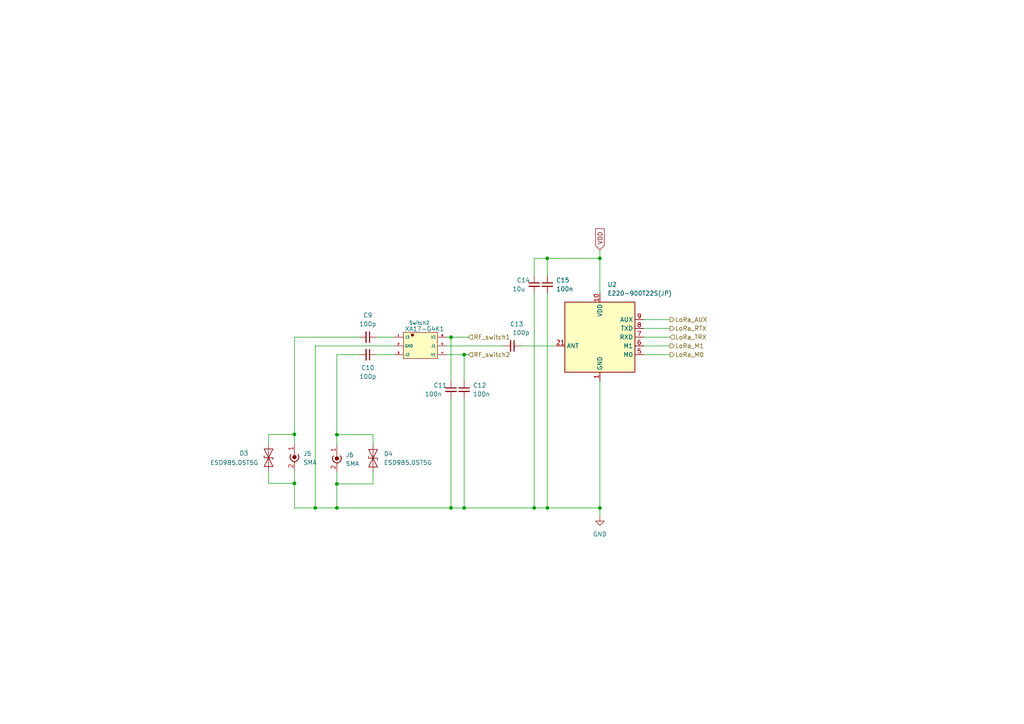
<source format=kicad_sch>
(kicad_sch (version 20231120) (generator "eeschema") (generator_version "8.0")
  (paper "A4")
  (lib_symbols
    (symbol "Connector:Conn_Coaxial_Power" (pin_names (offset 1.016) hide)
      (property "Reference" "J" (at -5.08 -1.27 90))
      (property "Value" "Conn_Coaxial_Power" (at -3.175 -1.27 90))
      (symbol "Conn_Coaxial_Power_0_1"
        (arc (start -1.27 -1.27) (mid 0 -2.5345) (end 1.27 -1.27) (stroke (width 0.254)))
        (arc (start -1.016 -0.508) (mid -1.2048 -0.8684) (end -1.27 -1.27) (stroke (width 0.254)))
        (circle (center 0 -1.27) (radius 0.508) (stroke (width 0.2032)) (fill (type outline)))
        (polyline (pts (xy 0 -2.54) (xy 0 -3.048)))
        (polyline (pts (xy 0 0) (xy 0 -1.27)))
        (arc (start 1.27 -1.27) (mid 1.2048 -0.8684) (end 1.016 -0.508) (stroke (width 0.254)))
      )
      (symbol "Conn_Coaxial_Power_1_1"
        (pin passive line (at 0 2.54 270) (length 2.54) (name "In") (number "1"))
        (pin passive line (at 0 -5.08 90) (length 2.54) (name "Ext") (number "2"))
      )
    )
    (symbol "Device:C_Small" (pin_numbers hide) (pin_names (offset 0.254) hide)
      (property "Reference" "C" (at 0.254 1.778 0))
      (property "Value" "C_Small" (at 0.254 -2.032 0))
      (symbol "C_Small_0_1"
        (polyline (pts (xy -1.524 -0.508) (xy 1.524 -0.508)) (stroke (width 0.3302)))
        (polyline (pts (xy -1.524 0.508) (xy 1.524 0.508)) (stroke (width 0.3048)))
      )
      (symbol "C_Small_1_1"
        (pin passive line (at 0 2.54 270) (length 2.032) (name "~") (number "1"))
        (pin passive line (at 0 -2.54 90) (length 2.032) (name "~") (number "2"))
      )
    )
    (symbol "Diode:ESD9B5.0ST5G" (pin_numbers hide) (pin_names (offset 1.016) hide)
      (property "Reference" "D" (at 0 2.54 0))
      (property "Value" "ESD9B5.0ST5G" (at 0 -2.54 0))
      (symbol "ESD9B5.0ST5G_0_1"
        (polyline (pts (xy 1.27 0) (xy -1.27 0)))
        (polyline (pts (xy -2.54 -1.27) (xy 0 0) (xy -2.54 1.27) (xy -2.54 -1.27)) (stroke (width 0.2032)))
        (polyline (pts (xy 0.508 1.27) (xy 0 1.27) (xy 0 -1.27) (xy -0.508 -1.27)) (stroke (width 0.2032)))
        (polyline (pts (xy 2.54 1.27) (xy 2.54 -1.27) (xy 0 0) (xy 2.54 1.27)) (stroke (width 0.2032)))
      )
      (symbol "ESD9B5.0ST5G_1_1"
        (pin passive line (at -3.81 0 0) (length 2.54) (name "A1") (number "1"))
        (pin passive line (at 3.81 0 180) (length 2.54) (name "A2") (number "2"))
      )
    )
    (symbol "RF_Module_additional:E220-900T22S(JP)"
      (property "Reference" "U" (at -8.89 11.43 0))
      (property "Value" "E220-900T22S(JP)" (at 11.43 11.43 0))
      (symbol "E220-900T22S(JP)_0_1"
        (rectangle (start -10.16 10.16) (end 10.16 -10.16) (stroke (width 0.254)) (fill (type background)))
      )
      (symbol "E220-900T22S(JP)_1_1"
        (pin power_in line (at 0 -12.7 90) (length 2.54) (name "GND") (number "1"))
        (pin power_in line (at 0 12.7 270) (length 2.54) (name "VDD") (number "10"))
        (pin passive line (at 0 -12.7 90) (length 2.54) hide (name "GND") (number "11"))
        (pin passive line (at 0 -12.7 90) (length 2.54) hide (name "GND") (number "13"))
        (pin passive line (at 0 -12.7 90) (length 2.54) hide (name "GND") (number "19"))
        (pin passive line (at 0 -12.7 90) (length 2.54) hide (name "GND") (number "2"))
        (pin passive line (at 0 -12.7 90) (length 2.54) hide (name "GND") (number "20"))
        (pin power_in line (at -12.7 -2.54 0) (length 2.54) (name "ANT") (number "21"))
        (pin passive line (at 0 -12.7 90) (length 2.54) hide (name "GND") (number "22"))
        (pin passive line (at 0 -12.7 90) (length 2.54) hide (name "GND") (number "3"))
        (pin passive line (at 0 -12.7 90) (length 2.54) hide (name "GND") (number "4"))
        (pin input line (at 12.7 -5.08 180) (length 2.54) (name "M0") (number "5"))
        (pin input line (at 12.7 -2.54 180) (length 2.54) (name "M1") (number "6"))
        (pin input line (at 12.7 0 180) (length 2.54) (name "RXD") (number "7"))
        (pin output line (at 12.7 2.54 180) (length 2.54) (name "TXD") (number "8"))
        (pin output line (at 12.7 5.08 180) (length 2.54) (name "AUX") (number "9"))
      )
    )
    (symbol "XA17-G4K:XA17-G4K"
      (property "Reference" "XA17-G4K" (at 2.921 5.08 0))
      (symbol "XA17-G4K_1_1"
        (rectangle (start -4.953 3.937) (end 4.953 -3.683) (fill (type background)))
        (circle (center -2.286 3.175) (radius 0.381) (fill (type outline)))
        (pin free line (at -7.62 2.54 0) (length 2.54) (name "J3") (number "1"))
        (pin free line (at -7.62 0 0) (length 2.54) (name "GND") (number "2"))
        (pin free line (at -7.62 -2.54 0) (length 2.54) (name "J2") (number "3"))
        (pin free line (at 7.62 -2.54 180) (length 2.54) (name "V1") (number "4"))
        (pin free line (at 7.62 0 180) (length 2.54) (name "J1") (number "5"))
        (pin free line (at 7.62 2.54 180) (length 2.54) (name "V2") (number "6"))
      )
    )
    (symbol "power:GND" (power) (pin_names (offset 0))
      (property "Value" "GND" (at 0 -3.81 0))
      (symbol "GND_0_1"
        (polyline (pts (xy 0 0) (xy 0 -1.27) (xy 1.27 -1.27) (xy 0 -2.54) (xy -1.27 -1.27) (xy 0 -1.27)))
      )
      (symbol "GND_1_1"
        (pin power_in line (at 0 0 270) (length 0) hide (name "GND") (number "1"))
      )
    )
  )
  (junction (at 97.7064 126.0682))
  (junction (at 85.4018 140.1958))
  (junction (at 173.99 147.32))
  (junction (at 134.62 147.32))
  (junction (at 173.99 74.93))
  (junction (at 130.81 97.79))
  (junction (at 154.94 147.32))
  (junction (at 134.62 102.87))
  (junction (at 158.75 147.32))
  (junction (at 97.7064 140.3477))
  (junction (at 130.81 147.32))
  (junction (at 97.7064 147.32))
  (junction (at 85.4018 125.9922))
  (junction (at 91.44 147.32))
  (junction (at 158.75 74.93))
  (wire (pts (xy 85.4018 136.4082) (xy 85.4018 140.1958)))
  (wire (pts (xy 154.94 147.32) (xy 158.75 147.32)))
  (wire (pts (xy 158.75 74.93) (xy 158.75 80.01)))
  (wire (pts (xy 97.7064 126.0682) (xy 97.7064 129.1679)))
  (wire (pts (xy 173.99 147.32) (xy 173.99 149.86)))
  (wire (pts (xy 108.1976 126.0682) (xy 97.7064 126.0682)))
  (wire (pts (xy 130.81 97.79) (xy 135.89 97.79)))
  (wire (pts (xy 109.22 102.87) (xy 114.3 102.87)))
  (wire (pts (xy 91.44 147.32) (xy 97.7064 147.32)))
  (wire (pts (xy 194.31 95.25) (xy 186.69 95.25)))
  (wire (pts (xy 158.75 147.32) (xy 173.99 147.32)))
  (wire (pts (xy 108.1976 136.7141) (xy 108.1976 140.3477)))
  (wire (pts (xy 104.14 97.79) (xy 85.4018 97.79)))
  (wire (pts (xy 194.31 100.33) (xy 186.69 100.33)))
  (wire (pts (xy 158.75 85.09) (xy 158.75 147.32)))
  (wire (pts (xy 173.99 74.93) (xy 173.99 85.09)))
  (wire (pts (xy 134.62 115.57) (xy 134.62 147.32)))
  (wire (pts (xy 134.62 102.87) (xy 134.62 110.49)))
  (wire (pts (xy 77.8917 136.5622) (xy 77.8917 140.1958)))
  (wire (pts (xy 77.8917 128.9422) (xy 77.8917 125.9922)))
  (wire (pts (xy 97.7064 147.32) (xy 130.81 147.32)))
  (wire (pts (xy 134.62 102.87) (xy 135.89 102.87)))
  (wire (pts (xy 108.1976 140.3477) (xy 97.7064 140.3477)))
  (wire (pts (xy 186.69 97.79) (xy 194.31 97.79)))
  (wire (pts (xy 129.54 97.79) (xy 130.81 97.79)))
  (wire (pts (xy 91.44 100.33) (xy 91.44 147.32)))
  (wire (pts (xy 97.7064 140.3477) (xy 97.7064 147.32)))
  (wire (pts (xy 154.94 85.09) (xy 154.94 147.32)))
  (wire (pts (xy 114.3 97.79) (xy 109.22 97.79)))
  (wire (pts (xy 173.99 72.39) (xy 173.99 74.93)))
  (wire (pts (xy 97.7064 102.87) (xy 104.14 102.87)))
  (wire (pts (xy 186.69 92.71) (xy 194.31 92.71)))
  (wire (pts (xy 129.54 102.87) (xy 134.62 102.87)))
  (wire (pts (xy 154.94 74.93) (xy 158.75 74.93)))
  (wire (pts (xy 114.3 100.33) (xy 91.44 100.33)))
  (wire (pts (xy 129.54 100.33) (xy 146.05 100.33)))
  (wire (pts (xy 134.62 147.32) (xy 154.94 147.32)))
  (wire (pts (xy 85.4018 97.79) (xy 85.4018 125.9922)))
  (wire (pts (xy 97.7064 102.87) (xy 97.7064 126.0682)))
  (wire (pts (xy 85.4018 147.32) (xy 91.44 147.32)))
  (wire (pts (xy 154.94 80.01) (xy 154.94 74.93)))
  (wire (pts (xy 77.8917 140.1958) (xy 85.4018 140.1958)))
  (wire (pts (xy 97.7064 136.7879) (xy 97.7064 140.3477)))
  (wire (pts (xy 108.1976 129.0941) (xy 108.1976 126.0682)))
  (wire (pts (xy 85.4018 125.9922) (xy 85.4018 128.7882)))
  (wire (pts (xy 173.99 110.49) (xy 173.99 147.32)))
  (wire (pts (xy 130.81 97.79) (xy 130.81 110.49)))
  (wire (pts (xy 77.8917 125.9922) (xy 85.4018 125.9922)))
  (wire (pts (xy 85.4018 140.1958) (xy 85.4018 147.32)))
  (wire (pts (xy 186.69 102.87) (xy 194.31 102.87)))
  (wire (pts (xy 130.81 147.32) (xy 134.62 147.32)))
  (wire (pts (xy 151.13 100.33) (xy 161.29 100.33)))
  (wire (pts (xy 158.75 74.93) (xy 173.99 74.93)))
  (wire (pts (xy 130.81 115.57) (xy 130.81 147.32)))
  (global_label "VDD" (shape input) (at 173.99 72.39 90) (property "Intersheetrefs" "${INTERSHEET_REFS}" (effects (hide yes))))
  (hierarchical_label "LoRa_M0" (shape output) (at 194.31 102.87 0))
  (hierarchical_label "LoRa_AUX" (shape output) (at 194.31 92.71 0))
  (hierarchical_label "RF_switch2" (shape input) (at 135.89 102.87 0))
  (hierarchical_label "LoRa_M1" (shape output) (at 194.31 100.33 0))
  (hierarchical_label "LoRa_RTX" (shape output) (at 194.31 95.25 0))
  (hierarchical_label "LoRa_TRX" (shape input) (at 194.31 97.79 0))
  (hierarchical_label "RF_switch1" (shape input) (at 135.89 97.79 0))
  (symbol (lib_id "power:GND") (at 173.99 149.86 0) (unit 1)
    (property "Reference" "#PWR05" (effects (hide yes)))
    (property "Value" "GND" (at 173.99 154.94 0))
  )
  (symbol (lib_id "Device:C_Small") (at 158.75 82.55 0) (unit 1)
    (property "Reference" "C15" (at 161.29 81.2863 0) (effects (justify left)))
    (property "Value" "100n" (at 161.29 83.82 0) (effects (justify left)))
    (property "Footprint" "Capacitor_SMD:C_0402_1005Metric" (effects (hide yes)))
    (property "LCSC" "C1525" (effects (hide yes)))
  )
  (symbol (lib_id "Diode:ESD9B5.0ST5G") (at 108.1976 132.9041 90) (unit 1)
    (property "Reference" "D4" (at 111.3043 131.634 90) (effects (justify right)))
    (property "Value" "ESD9B5.0ST5G" (at 111.3043 134.174 90) (effects (justify right)))
    (property "Footprint" "Diode_SMD:D_SOD-882" (effects (hide yes)))
    (property "Datasheet" "https://www.onsemi.com/pub/Collateral/ESD9B-D.PDF" (effects (hide yes)))
    (property "Description" "ESD protection diode, 5.0Vrwm, SOD-923" (effects (hide yes)))
    (property "LCSC" " C7420372" (effects (hide yes)))
  )
  (symbol (lib_id "XA17-G4K:XA17-G4K") (at 121.92 100.33 0) (unit 1)
    (property "Reference" "Switch2" (at 121.6131 93.6578 0) (effects (font (size 1.016 1.016))))
    (property "Value" "XA17-G4K1" (at 123.1322 95.4048 0))
    (property "Footprint" "Package_TO_SOT_SMD:SOT-363_SC-70-6" (effects (hide yes)))
    (property "LCSC" "C2693813" (effects (hide yes)))
  )
  (symbol (lib_id "Device:C_Small") (at 130.81 113.03 0) (unit 1)
    (property "Reference" "C11" (at 125.73 111.76 0) (effects (justify left)))
    (property "Value" "100n" (at 123.19 114.3 0) (effects (justify left)))
    (property "Footprint" "Capacitor_SMD:C_0402_1005Metric" (effects (hide yes)))
    (property "LCSC" "C1525" (effects (hide yes)))
  )
  (symbol (lib_id "Device:C_Small") (at 106.68 102.87 270) (unit 1)
    (property "Reference" "C10" (at 106.68 106.68 90))
    (property "Value" "100p" (at 106.68 109.22 90))
    (property "Footprint" "Capacitor_SMD:C_0603_1608Metric" (effects (hide yes)))
    (property "LCSC" " C14858" (effects (hide yes)))
  )
  (symbol (lib_id "Device:C_Small") (at 134.62 113.03 0) (unit 1)
    (property "Reference" "C12" (at 137.16 111.7663 0) (effects (justify left)))
    (property "Value" "100n" (at 137.16 114.3 0) (effects (justify left)))
    (property "Footprint" "Capacitor_SMD:C_0402_1005Metric" (effects (hide yes)))
    (property "LCSC" "C1525" (effects (hide yes)))
  )
  (symbol (lib_id "Connector:Conn_Coaxial_Power") (at 97.7064 131.7079 0) (unit 1)
    (property "Reference" "J6" (at 100.2464 131.9619 0) (effects (justify left)))
    (property "Value" "SMA" (at 100.2464 134.5019 0) (effects (justify left)))
    (property "Footprint" "WOBCLibrary:SMA_aki" (effects (hide yes)))
    (property "LCSC" " C2693813" (effects (hide yes)))
  )
  (symbol (lib_id "Device:C_Small") (at 106.68 97.79 270) (unit 1)
    (property "Reference" "C9" (at 106.6736 91.44 90))
    (property "Value" "100p" (at 106.6736 93.98 90))
    (property "Footprint" "Capacitor_SMD:C_0603_1608Metric" (effects (hide yes)))
    (property "LCSC" " C14858" (effects (hide yes)))
  )
  (symbol (lib_id "Diode:ESD9B5.0ST5G") (at 77.8917 132.7522 90) (unit 1)
    (property "Reference" "D3" (at 69.3848 131.461 90) (effects (justify right)))
    (property "Value" "ESD9B5.0ST5G" (at 60.9538 134.1953 90) (effects (justify right)))
    (property "Footprint" "Diode_SMD:D_SOD-882" (effects (hide yes)))
    (property "Datasheet" "https://www.onsemi.com/pub/Collateral/ESD9B-D.PDF" (effects (hide yes)))
    (property "Description" "ESD protection diode, 5.0Vrwm, SOD-923" (effects (hide yes)))
    (property "LCSC" " C7420372" (effects (hide yes)))
  )
  (symbol (lib_id "Connector:Conn_Coaxial_Power") (at 85.4018 131.3282 0) (unit 1)
    (property "Reference" "J5" (at 87.9418 131.5822 0) (effects (justify left)))
    (property "Value" "SMA" (at 87.9418 134.1222 0) (effects (justify left)))
    (property "Footprint" "WOBCLibrary:SMA_aki" (effects (hide yes)))
    (property "LCSC" " C2693813" (effects (hide yes)))
  )
  (symbol (lib_id "Device:C_Small") (at 148.59 100.33 270) (unit 1)
    (property "Reference" "C13" (at 149.86 93.98 90))
    (property "Value" "100p" (at 151.13 96.52 90))
    (property "Footprint" "Capacitor_SMD:C_0603_1608Metric" (effects (hide yes)))
    (property "LCSC" " C14858" (effects (hide yes)))
  )
  (symbol (lib_id "RF_Module_additional:E220-900T22S(JP)") (at 173.99 97.79 0) (unit 1)
    (property "Reference" "U2" (at 176.1841 82.55 0) (effects (justify left)))
    (property "Value" "E220-900T22S(JP)" (at 176.1841 85.09 0) (effects (justify left)))
    (property "Footprint" "WOBCLibrary:E220-900T22S(JP)" (effects (hide yes)))
    (property "Datasheet" "https://dragon-torch.tech/wp-content/uploads/2023/05/data_sheet_Rev1.4.pdf" (effects (hide yes)))
  )
  (symbol (lib_id "Device:C_Small") (at 154.94 82.55 0) (unit 1)
    (property "Reference" "C14" (at 149.86 81.28 0) (effects (justify left)))
    (property "Value" "10u" (at 148.59 83.82 0) (effects (justify left)))
    (property "Footprint" "Capacitor_SMD:C_0603_1608Metric" (effects (hide yes)))
    (property "LCSC" "C96446" (effects (hide yes)))
  )
)
</source>
